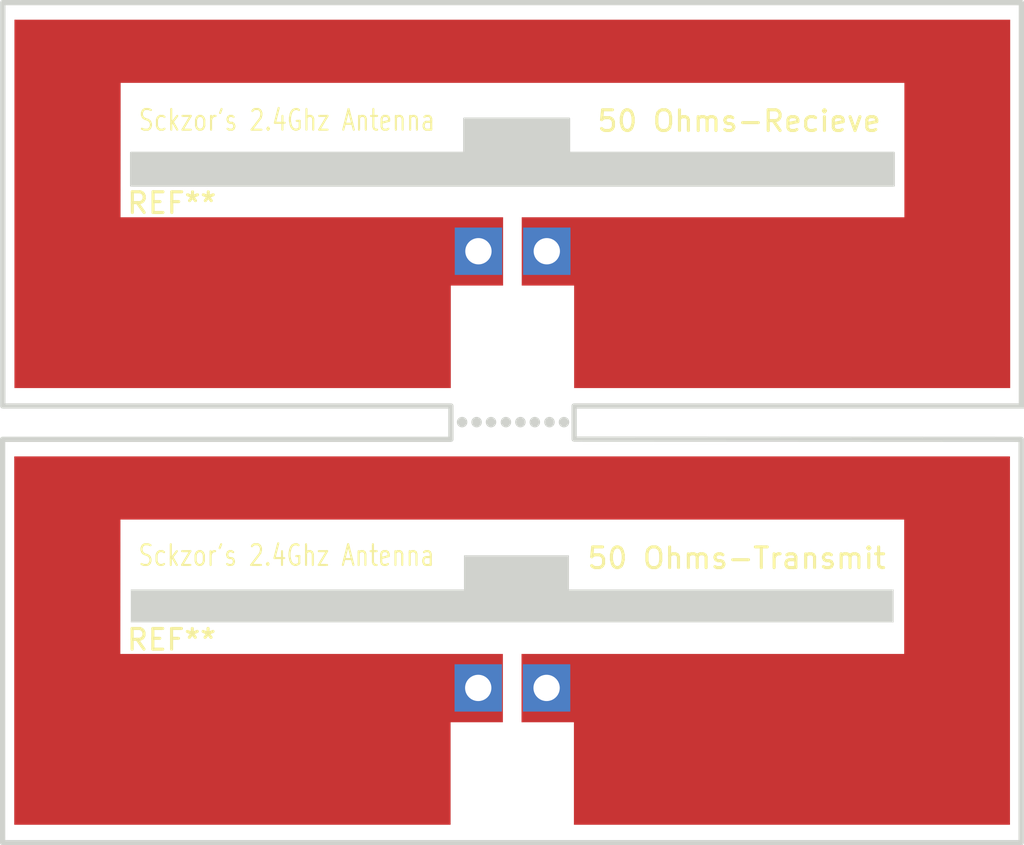
<source format=kicad_pcb>
(kicad_pcb (version 20211014) (generator pcbnew)
  (layers (0 "F.Cu" signal) (31 "B.Cu" signal) (34 "B.Paste" user) (35 "F.Paste" user) (36 "B.SilkS" user "B.Silkscreen") (37 "F.SilkS" user "F.Silkscreen") (38 "B.Mask" user) (39 "F.Mask" user) (44 "Edge.Cuts" user))
  (net 0 "")
  (footprint "CustomAntennas:PCB antenna" (layer "F.Cu") (at 40.53 48.775)
    (fp_text reference "REF**" (at -16.46 -0.675 unlocked) (layer "F.SilkS"))
    (fp_text value "PCB antenna")
    (fp_poly (pts (xy 24.03 8.26) (xy 2.97 8.26) (xy 2.97 3.31) (xy 0.44 3.31) (xy 0.44 0.01) (xy 18.92 0.01) (xy 18.92 -6.48) (xy -18.93 -6.48) (xy -18.935 0.01) (xy -0.46 0.01) (xy -0.46 3.31) (xy -2.985 3.31) (xy -2.985 8.26) (xy -24.06 8.26) (xy -24.06 -9.53) (xy 24.03 -9.53)) (layer "F.Cu") (width 0) (fill solid))
    (pad "1" thru_hole trapezoid (at -1.651 1.651) (size 2.286 2.286) (drill 1.27) (layers *.Cu *.Mask))
    (pad "2" thru_hole trapezoid (at 1.651 1.651) (size 2.286 2.286) (drill 1.27) (layers *.Cu *.Mask))
  )
  (footprint "CustomAntennas:PCB antenna" (layer "F.Cu") (at 40.54 27.685)
    (fp_text reference "REF**" (at -16.46 -0.675 unlocked) (layer "F.SilkS"))
    (fp_text value "PCB antenna")
    (fp_poly (pts (xy 24.03 8.26) (xy 2.97 8.26) (xy 2.97 3.31) (xy 0.44 3.31) (xy 0.44 0.01) (xy 18.92 0.01) (xy 18.92 -6.48) (xy -18.93 -6.48) (xy -18.935 0.01) (xy -0.46 0.01) (xy -0.46 3.31) (xy -2.985 3.31) (xy -2.985 8.26) (xy -24.06 8.26) (xy -24.06 -9.53) (xy 24.03 -9.53)) (layer "F.Cu") (width 0) (fill solid))
    (pad "1" thru_hole trapezoid (at -1.651 1.651) (size 2.286 2.286) (drill 1.27) (layers *.Cu *.Mask))
    (pad "2" thru_hole trapezoid (at 1.651 1.651) (size 2.286 2.286) (drill 1.27) (layers *.Cu *.Mask))
  )
  (gr_poly (pts (xy 65.11 36.81) (xy 43.51 36.81) (xy 43.51 38.41) (xy 65.1 38.42) (xy 65.1 57.9) (xy 15.91 57.9) (xy 15.91 38.42) (xy 37.56 38.42) (xy 37.56 36.81) (xy 15.92 36.81) (xy 15.92 17.33) (xy 65.11 17.33)) (layer "Edge.Cuts") (width 0.254) (fill none))
  (gr_circle (center 40.916 37.59) (end 41.17 37.59) (layer "Edge.Cuts") (width 0) (fill solid))
  (gr_poly (pts (xy 43.26 45.67) (xy 58.94 45.67) (xy 58.94 47.26) (xy 22.1 47.26) (xy 22.1 45.67) (xy 38.19 45.67) (xy 38.19 44.02) (xy 43.26 44.02)) (layer "Edge.Cuts") (width 0) (fill solid))
  (gr_circle (center 38.1 37.59) (end 38.354 37.59) (layer "Edge.Cuts") (width 0) (fill solid))
  (gr_circle (center 42.32 37.59) (end 42.574 37.59) (layer "Edge.Cuts") (width 0) (fill solid))
  (gr_circle (center 41.612 37.59) (end 41.866 37.59) (layer "Edge.Cuts") (width 0) (fill solid))
  (gr_circle (center 39.496 37.59) (end 39.75 37.59) (layer "Edge.Cuts") (width 0) (fill solid))
  (gr_circle (center 40.216 37.59) (end 40.47 37.59) (layer "Edge.Cuts") (width 0) (fill solid))
  (gr_circle (center 43.02 37.59) (end 43.274 37.59) (layer "Edge.Cuts") (width 0) (fill solid))
  (gr_circle (center 38.8 37.59) (end 39.054 37.59) (layer "Edge.Cuts") (width 0) (fill solid))
  (gr_poly (pts (xy 43.27 24.58) (xy 58.95 24.58) (xy 58.95 26.17) (xy 22.11 26.17) (xy 22.11 24.58) (xy 38.2 24.58) (xy 38.2 22.93) (xy 43.27 22.93)) (layer "Edge.Cuts") (width 0.1) (fill solid))
  (gr_text "50 Ohms-Transmit" (at 51.36 44.16) (layer "F.SilkS") (effects (font (size 1 1))))
  (gr_text "50 Ohms-Recieve" (at 51.48 23.05) (layer "F.SilkS") (effects (font (size 1 1))))
  (gr_text "Sckzor's 2.4Ghz Antenna" (at 29.64 23.01) (layer "F.SilkS") (effects (font (size 1 0.762) (thickness 0.1016))))
  (gr_text "Sckzor's 2.4Ghz Antenna" (at 29.62 44.03) (layer "F.SilkS") (effects (font (size 1 0.762) (thickness 0.1016))))
)
</source>
